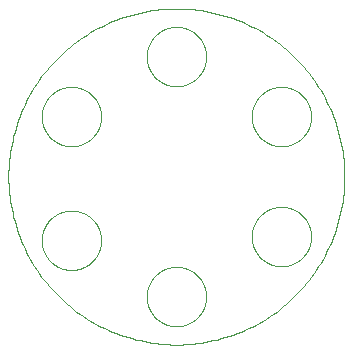
<source format=gbp>
G75*
%MOIN*%
%OFA0B0*%
%FSLAX25Y25*%
%IPPOS*%
%LPD*%
%AMOC8*
5,1,8,0,0,1.08239X$1,22.5*
%
%ADD10C,0.00010*%
%ADD11C,0.00016*%
D10*
X0044866Y0046528D02*
X0044869Y0046771D01*
X0044878Y0047014D01*
X0044893Y0047256D01*
X0044914Y0047498D01*
X0044940Y0047740D01*
X0044973Y0047981D01*
X0045012Y0048221D01*
X0045056Y0048459D01*
X0045107Y0048697D01*
X0045163Y0048934D01*
X0045225Y0049168D01*
X0045292Y0049402D01*
X0045366Y0049633D01*
X0045445Y0049863D01*
X0045529Y0050091D01*
X0045620Y0050317D01*
X0045715Y0050540D01*
X0045817Y0050761D01*
X0045923Y0050979D01*
X0046035Y0051195D01*
X0046152Y0051408D01*
X0046274Y0051618D01*
X0046402Y0051824D01*
X0046534Y0052028D01*
X0046672Y0052229D01*
X0046814Y0052425D01*
X0046961Y0052619D01*
X0047113Y0052808D01*
X0047270Y0052994D01*
X0047431Y0053176D01*
X0047596Y0053354D01*
X0047766Y0053528D01*
X0047940Y0053698D01*
X0048118Y0053863D01*
X0048300Y0054024D01*
X0048486Y0054181D01*
X0048675Y0054333D01*
X0048869Y0054480D01*
X0049065Y0054622D01*
X0049266Y0054760D01*
X0049470Y0054892D01*
X0049676Y0055020D01*
X0049886Y0055142D01*
X0050099Y0055259D01*
X0050315Y0055371D01*
X0050533Y0055477D01*
X0050754Y0055579D01*
X0050977Y0055674D01*
X0051203Y0055765D01*
X0051431Y0055849D01*
X0051661Y0055928D01*
X0051892Y0056002D01*
X0052126Y0056069D01*
X0052360Y0056131D01*
X0052597Y0056187D01*
X0052835Y0056238D01*
X0053073Y0056282D01*
X0053313Y0056321D01*
X0053554Y0056354D01*
X0053796Y0056380D01*
X0054038Y0056401D01*
X0054280Y0056416D01*
X0054523Y0056425D01*
X0054766Y0056428D01*
X0055009Y0056425D01*
X0055252Y0056416D01*
X0055494Y0056401D01*
X0055736Y0056380D01*
X0055978Y0056354D01*
X0056219Y0056321D01*
X0056459Y0056282D01*
X0056697Y0056238D01*
X0056935Y0056187D01*
X0057172Y0056131D01*
X0057406Y0056069D01*
X0057640Y0056002D01*
X0057871Y0055928D01*
X0058101Y0055849D01*
X0058329Y0055765D01*
X0058555Y0055674D01*
X0058778Y0055579D01*
X0058999Y0055477D01*
X0059217Y0055371D01*
X0059433Y0055259D01*
X0059646Y0055142D01*
X0059856Y0055020D01*
X0060062Y0054892D01*
X0060266Y0054760D01*
X0060467Y0054622D01*
X0060663Y0054480D01*
X0060857Y0054333D01*
X0061046Y0054181D01*
X0061232Y0054024D01*
X0061414Y0053863D01*
X0061592Y0053698D01*
X0061766Y0053528D01*
X0061936Y0053354D01*
X0062101Y0053176D01*
X0062262Y0052994D01*
X0062419Y0052808D01*
X0062571Y0052619D01*
X0062718Y0052425D01*
X0062860Y0052229D01*
X0062998Y0052028D01*
X0063130Y0051824D01*
X0063258Y0051618D01*
X0063380Y0051408D01*
X0063497Y0051195D01*
X0063609Y0050979D01*
X0063715Y0050761D01*
X0063817Y0050540D01*
X0063912Y0050317D01*
X0064003Y0050091D01*
X0064087Y0049863D01*
X0064166Y0049633D01*
X0064240Y0049402D01*
X0064307Y0049168D01*
X0064369Y0048934D01*
X0064425Y0048697D01*
X0064476Y0048459D01*
X0064520Y0048221D01*
X0064559Y0047981D01*
X0064592Y0047740D01*
X0064618Y0047498D01*
X0064639Y0047256D01*
X0064654Y0047014D01*
X0064663Y0046771D01*
X0064666Y0046528D01*
X0064663Y0046285D01*
X0064654Y0046042D01*
X0064639Y0045800D01*
X0064618Y0045558D01*
X0064592Y0045316D01*
X0064559Y0045075D01*
X0064520Y0044835D01*
X0064476Y0044597D01*
X0064425Y0044359D01*
X0064369Y0044122D01*
X0064307Y0043888D01*
X0064240Y0043654D01*
X0064166Y0043423D01*
X0064087Y0043193D01*
X0064003Y0042965D01*
X0063912Y0042739D01*
X0063817Y0042516D01*
X0063715Y0042295D01*
X0063609Y0042077D01*
X0063497Y0041861D01*
X0063380Y0041648D01*
X0063258Y0041438D01*
X0063130Y0041232D01*
X0062998Y0041028D01*
X0062860Y0040827D01*
X0062718Y0040631D01*
X0062571Y0040437D01*
X0062419Y0040248D01*
X0062262Y0040062D01*
X0062101Y0039880D01*
X0061936Y0039702D01*
X0061766Y0039528D01*
X0061592Y0039358D01*
X0061414Y0039193D01*
X0061232Y0039032D01*
X0061046Y0038875D01*
X0060857Y0038723D01*
X0060663Y0038576D01*
X0060467Y0038434D01*
X0060266Y0038296D01*
X0060062Y0038164D01*
X0059856Y0038036D01*
X0059646Y0037914D01*
X0059433Y0037797D01*
X0059217Y0037685D01*
X0058999Y0037579D01*
X0058778Y0037477D01*
X0058555Y0037382D01*
X0058329Y0037291D01*
X0058101Y0037207D01*
X0057871Y0037128D01*
X0057640Y0037054D01*
X0057406Y0036987D01*
X0057172Y0036925D01*
X0056935Y0036869D01*
X0056697Y0036818D01*
X0056459Y0036774D01*
X0056219Y0036735D01*
X0055978Y0036702D01*
X0055736Y0036676D01*
X0055494Y0036655D01*
X0055252Y0036640D01*
X0055009Y0036631D01*
X0054766Y0036628D01*
X0054523Y0036631D01*
X0054280Y0036640D01*
X0054038Y0036655D01*
X0053796Y0036676D01*
X0053554Y0036702D01*
X0053313Y0036735D01*
X0053073Y0036774D01*
X0052835Y0036818D01*
X0052597Y0036869D01*
X0052360Y0036925D01*
X0052126Y0036987D01*
X0051892Y0037054D01*
X0051661Y0037128D01*
X0051431Y0037207D01*
X0051203Y0037291D01*
X0050977Y0037382D01*
X0050754Y0037477D01*
X0050533Y0037579D01*
X0050315Y0037685D01*
X0050099Y0037797D01*
X0049886Y0037914D01*
X0049676Y0038036D01*
X0049470Y0038164D01*
X0049266Y0038296D01*
X0049065Y0038434D01*
X0048869Y0038576D01*
X0048675Y0038723D01*
X0048486Y0038875D01*
X0048300Y0039032D01*
X0048118Y0039193D01*
X0047940Y0039358D01*
X0047766Y0039528D01*
X0047596Y0039702D01*
X0047431Y0039880D01*
X0047270Y0040062D01*
X0047113Y0040248D01*
X0046961Y0040437D01*
X0046814Y0040631D01*
X0046672Y0040827D01*
X0046534Y0041028D01*
X0046402Y0041232D01*
X0046274Y0041438D01*
X0046152Y0041648D01*
X0046035Y0041861D01*
X0045923Y0042077D01*
X0045817Y0042295D01*
X0045715Y0042516D01*
X0045620Y0042739D01*
X0045529Y0042965D01*
X0045445Y0043193D01*
X0045366Y0043423D01*
X0045292Y0043654D01*
X0045225Y0043888D01*
X0045163Y0044122D01*
X0045107Y0044359D01*
X0045056Y0044597D01*
X0045012Y0044835D01*
X0044973Y0045075D01*
X0044940Y0045316D01*
X0044914Y0045558D01*
X0044893Y0045800D01*
X0044878Y0046042D01*
X0044869Y0046285D01*
X0044866Y0046528D01*
X0079866Y0027778D02*
X0079869Y0028021D01*
X0079878Y0028264D01*
X0079893Y0028506D01*
X0079914Y0028748D01*
X0079940Y0028990D01*
X0079973Y0029231D01*
X0080012Y0029471D01*
X0080056Y0029709D01*
X0080107Y0029947D01*
X0080163Y0030184D01*
X0080225Y0030418D01*
X0080292Y0030652D01*
X0080366Y0030883D01*
X0080445Y0031113D01*
X0080529Y0031341D01*
X0080620Y0031567D01*
X0080715Y0031790D01*
X0080817Y0032011D01*
X0080923Y0032229D01*
X0081035Y0032445D01*
X0081152Y0032658D01*
X0081274Y0032868D01*
X0081402Y0033074D01*
X0081534Y0033278D01*
X0081672Y0033479D01*
X0081814Y0033675D01*
X0081961Y0033869D01*
X0082113Y0034058D01*
X0082270Y0034244D01*
X0082431Y0034426D01*
X0082596Y0034604D01*
X0082766Y0034778D01*
X0082940Y0034948D01*
X0083118Y0035113D01*
X0083300Y0035274D01*
X0083486Y0035431D01*
X0083675Y0035583D01*
X0083869Y0035730D01*
X0084065Y0035872D01*
X0084266Y0036010D01*
X0084470Y0036142D01*
X0084676Y0036270D01*
X0084886Y0036392D01*
X0085099Y0036509D01*
X0085315Y0036621D01*
X0085533Y0036727D01*
X0085754Y0036829D01*
X0085977Y0036924D01*
X0086203Y0037015D01*
X0086431Y0037099D01*
X0086661Y0037178D01*
X0086892Y0037252D01*
X0087126Y0037319D01*
X0087360Y0037381D01*
X0087597Y0037437D01*
X0087835Y0037488D01*
X0088073Y0037532D01*
X0088313Y0037571D01*
X0088554Y0037604D01*
X0088796Y0037630D01*
X0089038Y0037651D01*
X0089280Y0037666D01*
X0089523Y0037675D01*
X0089766Y0037678D01*
X0090009Y0037675D01*
X0090252Y0037666D01*
X0090494Y0037651D01*
X0090736Y0037630D01*
X0090978Y0037604D01*
X0091219Y0037571D01*
X0091459Y0037532D01*
X0091697Y0037488D01*
X0091935Y0037437D01*
X0092172Y0037381D01*
X0092406Y0037319D01*
X0092640Y0037252D01*
X0092871Y0037178D01*
X0093101Y0037099D01*
X0093329Y0037015D01*
X0093555Y0036924D01*
X0093778Y0036829D01*
X0093999Y0036727D01*
X0094217Y0036621D01*
X0094433Y0036509D01*
X0094646Y0036392D01*
X0094856Y0036270D01*
X0095062Y0036142D01*
X0095266Y0036010D01*
X0095467Y0035872D01*
X0095663Y0035730D01*
X0095857Y0035583D01*
X0096046Y0035431D01*
X0096232Y0035274D01*
X0096414Y0035113D01*
X0096592Y0034948D01*
X0096766Y0034778D01*
X0096936Y0034604D01*
X0097101Y0034426D01*
X0097262Y0034244D01*
X0097419Y0034058D01*
X0097571Y0033869D01*
X0097718Y0033675D01*
X0097860Y0033479D01*
X0097998Y0033278D01*
X0098130Y0033074D01*
X0098258Y0032868D01*
X0098380Y0032658D01*
X0098497Y0032445D01*
X0098609Y0032229D01*
X0098715Y0032011D01*
X0098817Y0031790D01*
X0098912Y0031567D01*
X0099003Y0031341D01*
X0099087Y0031113D01*
X0099166Y0030883D01*
X0099240Y0030652D01*
X0099307Y0030418D01*
X0099369Y0030184D01*
X0099425Y0029947D01*
X0099476Y0029709D01*
X0099520Y0029471D01*
X0099559Y0029231D01*
X0099592Y0028990D01*
X0099618Y0028748D01*
X0099639Y0028506D01*
X0099654Y0028264D01*
X0099663Y0028021D01*
X0099666Y0027778D01*
X0099663Y0027535D01*
X0099654Y0027292D01*
X0099639Y0027050D01*
X0099618Y0026808D01*
X0099592Y0026566D01*
X0099559Y0026325D01*
X0099520Y0026085D01*
X0099476Y0025847D01*
X0099425Y0025609D01*
X0099369Y0025372D01*
X0099307Y0025138D01*
X0099240Y0024904D01*
X0099166Y0024673D01*
X0099087Y0024443D01*
X0099003Y0024215D01*
X0098912Y0023989D01*
X0098817Y0023766D01*
X0098715Y0023545D01*
X0098609Y0023327D01*
X0098497Y0023111D01*
X0098380Y0022898D01*
X0098258Y0022688D01*
X0098130Y0022482D01*
X0097998Y0022278D01*
X0097860Y0022077D01*
X0097718Y0021881D01*
X0097571Y0021687D01*
X0097419Y0021498D01*
X0097262Y0021312D01*
X0097101Y0021130D01*
X0096936Y0020952D01*
X0096766Y0020778D01*
X0096592Y0020608D01*
X0096414Y0020443D01*
X0096232Y0020282D01*
X0096046Y0020125D01*
X0095857Y0019973D01*
X0095663Y0019826D01*
X0095467Y0019684D01*
X0095266Y0019546D01*
X0095062Y0019414D01*
X0094856Y0019286D01*
X0094646Y0019164D01*
X0094433Y0019047D01*
X0094217Y0018935D01*
X0093999Y0018829D01*
X0093778Y0018727D01*
X0093555Y0018632D01*
X0093329Y0018541D01*
X0093101Y0018457D01*
X0092871Y0018378D01*
X0092640Y0018304D01*
X0092406Y0018237D01*
X0092172Y0018175D01*
X0091935Y0018119D01*
X0091697Y0018068D01*
X0091459Y0018024D01*
X0091219Y0017985D01*
X0090978Y0017952D01*
X0090736Y0017926D01*
X0090494Y0017905D01*
X0090252Y0017890D01*
X0090009Y0017881D01*
X0089766Y0017878D01*
X0089523Y0017881D01*
X0089280Y0017890D01*
X0089038Y0017905D01*
X0088796Y0017926D01*
X0088554Y0017952D01*
X0088313Y0017985D01*
X0088073Y0018024D01*
X0087835Y0018068D01*
X0087597Y0018119D01*
X0087360Y0018175D01*
X0087126Y0018237D01*
X0086892Y0018304D01*
X0086661Y0018378D01*
X0086431Y0018457D01*
X0086203Y0018541D01*
X0085977Y0018632D01*
X0085754Y0018727D01*
X0085533Y0018829D01*
X0085315Y0018935D01*
X0085099Y0019047D01*
X0084886Y0019164D01*
X0084676Y0019286D01*
X0084470Y0019414D01*
X0084266Y0019546D01*
X0084065Y0019684D01*
X0083869Y0019826D01*
X0083675Y0019973D01*
X0083486Y0020125D01*
X0083300Y0020282D01*
X0083118Y0020443D01*
X0082940Y0020608D01*
X0082766Y0020778D01*
X0082596Y0020952D01*
X0082431Y0021130D01*
X0082270Y0021312D01*
X0082113Y0021498D01*
X0081961Y0021687D01*
X0081814Y0021881D01*
X0081672Y0022077D01*
X0081534Y0022278D01*
X0081402Y0022482D01*
X0081274Y0022688D01*
X0081152Y0022898D01*
X0081035Y0023111D01*
X0080923Y0023327D01*
X0080817Y0023545D01*
X0080715Y0023766D01*
X0080620Y0023989D01*
X0080529Y0024215D01*
X0080445Y0024443D01*
X0080366Y0024673D01*
X0080292Y0024904D01*
X0080225Y0025138D01*
X0080163Y0025372D01*
X0080107Y0025609D01*
X0080056Y0025847D01*
X0080012Y0026085D01*
X0079973Y0026325D01*
X0079940Y0026566D01*
X0079914Y0026808D01*
X0079893Y0027050D01*
X0079878Y0027292D01*
X0079869Y0027535D01*
X0079866Y0027778D01*
X0114866Y0047778D02*
X0114869Y0048021D01*
X0114878Y0048264D01*
X0114893Y0048506D01*
X0114914Y0048748D01*
X0114940Y0048990D01*
X0114973Y0049231D01*
X0115012Y0049471D01*
X0115056Y0049709D01*
X0115107Y0049947D01*
X0115163Y0050184D01*
X0115225Y0050418D01*
X0115292Y0050652D01*
X0115366Y0050883D01*
X0115445Y0051113D01*
X0115529Y0051341D01*
X0115620Y0051567D01*
X0115715Y0051790D01*
X0115817Y0052011D01*
X0115923Y0052229D01*
X0116035Y0052445D01*
X0116152Y0052658D01*
X0116274Y0052868D01*
X0116402Y0053074D01*
X0116534Y0053278D01*
X0116672Y0053479D01*
X0116814Y0053675D01*
X0116961Y0053869D01*
X0117113Y0054058D01*
X0117270Y0054244D01*
X0117431Y0054426D01*
X0117596Y0054604D01*
X0117766Y0054778D01*
X0117940Y0054948D01*
X0118118Y0055113D01*
X0118300Y0055274D01*
X0118486Y0055431D01*
X0118675Y0055583D01*
X0118869Y0055730D01*
X0119065Y0055872D01*
X0119266Y0056010D01*
X0119470Y0056142D01*
X0119676Y0056270D01*
X0119886Y0056392D01*
X0120099Y0056509D01*
X0120315Y0056621D01*
X0120533Y0056727D01*
X0120754Y0056829D01*
X0120977Y0056924D01*
X0121203Y0057015D01*
X0121431Y0057099D01*
X0121661Y0057178D01*
X0121892Y0057252D01*
X0122126Y0057319D01*
X0122360Y0057381D01*
X0122597Y0057437D01*
X0122835Y0057488D01*
X0123073Y0057532D01*
X0123313Y0057571D01*
X0123554Y0057604D01*
X0123796Y0057630D01*
X0124038Y0057651D01*
X0124280Y0057666D01*
X0124523Y0057675D01*
X0124766Y0057678D01*
X0125009Y0057675D01*
X0125252Y0057666D01*
X0125494Y0057651D01*
X0125736Y0057630D01*
X0125978Y0057604D01*
X0126219Y0057571D01*
X0126459Y0057532D01*
X0126697Y0057488D01*
X0126935Y0057437D01*
X0127172Y0057381D01*
X0127406Y0057319D01*
X0127640Y0057252D01*
X0127871Y0057178D01*
X0128101Y0057099D01*
X0128329Y0057015D01*
X0128555Y0056924D01*
X0128778Y0056829D01*
X0128999Y0056727D01*
X0129217Y0056621D01*
X0129433Y0056509D01*
X0129646Y0056392D01*
X0129856Y0056270D01*
X0130062Y0056142D01*
X0130266Y0056010D01*
X0130467Y0055872D01*
X0130663Y0055730D01*
X0130857Y0055583D01*
X0131046Y0055431D01*
X0131232Y0055274D01*
X0131414Y0055113D01*
X0131592Y0054948D01*
X0131766Y0054778D01*
X0131936Y0054604D01*
X0132101Y0054426D01*
X0132262Y0054244D01*
X0132419Y0054058D01*
X0132571Y0053869D01*
X0132718Y0053675D01*
X0132860Y0053479D01*
X0132998Y0053278D01*
X0133130Y0053074D01*
X0133258Y0052868D01*
X0133380Y0052658D01*
X0133497Y0052445D01*
X0133609Y0052229D01*
X0133715Y0052011D01*
X0133817Y0051790D01*
X0133912Y0051567D01*
X0134003Y0051341D01*
X0134087Y0051113D01*
X0134166Y0050883D01*
X0134240Y0050652D01*
X0134307Y0050418D01*
X0134369Y0050184D01*
X0134425Y0049947D01*
X0134476Y0049709D01*
X0134520Y0049471D01*
X0134559Y0049231D01*
X0134592Y0048990D01*
X0134618Y0048748D01*
X0134639Y0048506D01*
X0134654Y0048264D01*
X0134663Y0048021D01*
X0134666Y0047778D01*
X0134663Y0047535D01*
X0134654Y0047292D01*
X0134639Y0047050D01*
X0134618Y0046808D01*
X0134592Y0046566D01*
X0134559Y0046325D01*
X0134520Y0046085D01*
X0134476Y0045847D01*
X0134425Y0045609D01*
X0134369Y0045372D01*
X0134307Y0045138D01*
X0134240Y0044904D01*
X0134166Y0044673D01*
X0134087Y0044443D01*
X0134003Y0044215D01*
X0133912Y0043989D01*
X0133817Y0043766D01*
X0133715Y0043545D01*
X0133609Y0043327D01*
X0133497Y0043111D01*
X0133380Y0042898D01*
X0133258Y0042688D01*
X0133130Y0042482D01*
X0132998Y0042278D01*
X0132860Y0042077D01*
X0132718Y0041881D01*
X0132571Y0041687D01*
X0132419Y0041498D01*
X0132262Y0041312D01*
X0132101Y0041130D01*
X0131936Y0040952D01*
X0131766Y0040778D01*
X0131592Y0040608D01*
X0131414Y0040443D01*
X0131232Y0040282D01*
X0131046Y0040125D01*
X0130857Y0039973D01*
X0130663Y0039826D01*
X0130467Y0039684D01*
X0130266Y0039546D01*
X0130062Y0039414D01*
X0129856Y0039286D01*
X0129646Y0039164D01*
X0129433Y0039047D01*
X0129217Y0038935D01*
X0128999Y0038829D01*
X0128778Y0038727D01*
X0128555Y0038632D01*
X0128329Y0038541D01*
X0128101Y0038457D01*
X0127871Y0038378D01*
X0127640Y0038304D01*
X0127406Y0038237D01*
X0127172Y0038175D01*
X0126935Y0038119D01*
X0126697Y0038068D01*
X0126459Y0038024D01*
X0126219Y0037985D01*
X0125978Y0037952D01*
X0125736Y0037926D01*
X0125494Y0037905D01*
X0125252Y0037890D01*
X0125009Y0037881D01*
X0124766Y0037878D01*
X0124523Y0037881D01*
X0124280Y0037890D01*
X0124038Y0037905D01*
X0123796Y0037926D01*
X0123554Y0037952D01*
X0123313Y0037985D01*
X0123073Y0038024D01*
X0122835Y0038068D01*
X0122597Y0038119D01*
X0122360Y0038175D01*
X0122126Y0038237D01*
X0121892Y0038304D01*
X0121661Y0038378D01*
X0121431Y0038457D01*
X0121203Y0038541D01*
X0120977Y0038632D01*
X0120754Y0038727D01*
X0120533Y0038829D01*
X0120315Y0038935D01*
X0120099Y0039047D01*
X0119886Y0039164D01*
X0119676Y0039286D01*
X0119470Y0039414D01*
X0119266Y0039546D01*
X0119065Y0039684D01*
X0118869Y0039826D01*
X0118675Y0039973D01*
X0118486Y0040125D01*
X0118300Y0040282D01*
X0118118Y0040443D01*
X0117940Y0040608D01*
X0117766Y0040778D01*
X0117596Y0040952D01*
X0117431Y0041130D01*
X0117270Y0041312D01*
X0117113Y0041498D01*
X0116961Y0041687D01*
X0116814Y0041881D01*
X0116672Y0042077D01*
X0116534Y0042278D01*
X0116402Y0042482D01*
X0116274Y0042688D01*
X0116152Y0042898D01*
X0116035Y0043111D01*
X0115923Y0043327D01*
X0115817Y0043545D01*
X0115715Y0043766D01*
X0115620Y0043989D01*
X0115529Y0044215D01*
X0115445Y0044443D01*
X0115366Y0044673D01*
X0115292Y0044904D01*
X0115225Y0045138D01*
X0115163Y0045372D01*
X0115107Y0045609D01*
X0115056Y0045847D01*
X0115012Y0046085D01*
X0114973Y0046325D01*
X0114940Y0046566D01*
X0114914Y0046808D01*
X0114893Y0047050D01*
X0114878Y0047292D01*
X0114869Y0047535D01*
X0114866Y0047778D01*
X0114866Y0087778D02*
X0114869Y0088021D01*
X0114878Y0088264D01*
X0114893Y0088506D01*
X0114914Y0088748D01*
X0114940Y0088990D01*
X0114973Y0089231D01*
X0115012Y0089471D01*
X0115056Y0089709D01*
X0115107Y0089947D01*
X0115163Y0090184D01*
X0115225Y0090418D01*
X0115292Y0090652D01*
X0115366Y0090883D01*
X0115445Y0091113D01*
X0115529Y0091341D01*
X0115620Y0091567D01*
X0115715Y0091790D01*
X0115817Y0092011D01*
X0115923Y0092229D01*
X0116035Y0092445D01*
X0116152Y0092658D01*
X0116274Y0092868D01*
X0116402Y0093074D01*
X0116534Y0093278D01*
X0116672Y0093479D01*
X0116814Y0093675D01*
X0116961Y0093869D01*
X0117113Y0094058D01*
X0117270Y0094244D01*
X0117431Y0094426D01*
X0117596Y0094604D01*
X0117766Y0094778D01*
X0117940Y0094948D01*
X0118118Y0095113D01*
X0118300Y0095274D01*
X0118486Y0095431D01*
X0118675Y0095583D01*
X0118869Y0095730D01*
X0119065Y0095872D01*
X0119266Y0096010D01*
X0119470Y0096142D01*
X0119676Y0096270D01*
X0119886Y0096392D01*
X0120099Y0096509D01*
X0120315Y0096621D01*
X0120533Y0096727D01*
X0120754Y0096829D01*
X0120977Y0096924D01*
X0121203Y0097015D01*
X0121431Y0097099D01*
X0121661Y0097178D01*
X0121892Y0097252D01*
X0122126Y0097319D01*
X0122360Y0097381D01*
X0122597Y0097437D01*
X0122835Y0097488D01*
X0123073Y0097532D01*
X0123313Y0097571D01*
X0123554Y0097604D01*
X0123796Y0097630D01*
X0124038Y0097651D01*
X0124280Y0097666D01*
X0124523Y0097675D01*
X0124766Y0097678D01*
X0125009Y0097675D01*
X0125252Y0097666D01*
X0125494Y0097651D01*
X0125736Y0097630D01*
X0125978Y0097604D01*
X0126219Y0097571D01*
X0126459Y0097532D01*
X0126697Y0097488D01*
X0126935Y0097437D01*
X0127172Y0097381D01*
X0127406Y0097319D01*
X0127640Y0097252D01*
X0127871Y0097178D01*
X0128101Y0097099D01*
X0128329Y0097015D01*
X0128555Y0096924D01*
X0128778Y0096829D01*
X0128999Y0096727D01*
X0129217Y0096621D01*
X0129433Y0096509D01*
X0129646Y0096392D01*
X0129856Y0096270D01*
X0130062Y0096142D01*
X0130266Y0096010D01*
X0130467Y0095872D01*
X0130663Y0095730D01*
X0130857Y0095583D01*
X0131046Y0095431D01*
X0131232Y0095274D01*
X0131414Y0095113D01*
X0131592Y0094948D01*
X0131766Y0094778D01*
X0131936Y0094604D01*
X0132101Y0094426D01*
X0132262Y0094244D01*
X0132419Y0094058D01*
X0132571Y0093869D01*
X0132718Y0093675D01*
X0132860Y0093479D01*
X0132998Y0093278D01*
X0133130Y0093074D01*
X0133258Y0092868D01*
X0133380Y0092658D01*
X0133497Y0092445D01*
X0133609Y0092229D01*
X0133715Y0092011D01*
X0133817Y0091790D01*
X0133912Y0091567D01*
X0134003Y0091341D01*
X0134087Y0091113D01*
X0134166Y0090883D01*
X0134240Y0090652D01*
X0134307Y0090418D01*
X0134369Y0090184D01*
X0134425Y0089947D01*
X0134476Y0089709D01*
X0134520Y0089471D01*
X0134559Y0089231D01*
X0134592Y0088990D01*
X0134618Y0088748D01*
X0134639Y0088506D01*
X0134654Y0088264D01*
X0134663Y0088021D01*
X0134666Y0087778D01*
X0134663Y0087535D01*
X0134654Y0087292D01*
X0134639Y0087050D01*
X0134618Y0086808D01*
X0134592Y0086566D01*
X0134559Y0086325D01*
X0134520Y0086085D01*
X0134476Y0085847D01*
X0134425Y0085609D01*
X0134369Y0085372D01*
X0134307Y0085138D01*
X0134240Y0084904D01*
X0134166Y0084673D01*
X0134087Y0084443D01*
X0134003Y0084215D01*
X0133912Y0083989D01*
X0133817Y0083766D01*
X0133715Y0083545D01*
X0133609Y0083327D01*
X0133497Y0083111D01*
X0133380Y0082898D01*
X0133258Y0082688D01*
X0133130Y0082482D01*
X0132998Y0082278D01*
X0132860Y0082077D01*
X0132718Y0081881D01*
X0132571Y0081687D01*
X0132419Y0081498D01*
X0132262Y0081312D01*
X0132101Y0081130D01*
X0131936Y0080952D01*
X0131766Y0080778D01*
X0131592Y0080608D01*
X0131414Y0080443D01*
X0131232Y0080282D01*
X0131046Y0080125D01*
X0130857Y0079973D01*
X0130663Y0079826D01*
X0130467Y0079684D01*
X0130266Y0079546D01*
X0130062Y0079414D01*
X0129856Y0079286D01*
X0129646Y0079164D01*
X0129433Y0079047D01*
X0129217Y0078935D01*
X0128999Y0078829D01*
X0128778Y0078727D01*
X0128555Y0078632D01*
X0128329Y0078541D01*
X0128101Y0078457D01*
X0127871Y0078378D01*
X0127640Y0078304D01*
X0127406Y0078237D01*
X0127172Y0078175D01*
X0126935Y0078119D01*
X0126697Y0078068D01*
X0126459Y0078024D01*
X0126219Y0077985D01*
X0125978Y0077952D01*
X0125736Y0077926D01*
X0125494Y0077905D01*
X0125252Y0077890D01*
X0125009Y0077881D01*
X0124766Y0077878D01*
X0124523Y0077881D01*
X0124280Y0077890D01*
X0124038Y0077905D01*
X0123796Y0077926D01*
X0123554Y0077952D01*
X0123313Y0077985D01*
X0123073Y0078024D01*
X0122835Y0078068D01*
X0122597Y0078119D01*
X0122360Y0078175D01*
X0122126Y0078237D01*
X0121892Y0078304D01*
X0121661Y0078378D01*
X0121431Y0078457D01*
X0121203Y0078541D01*
X0120977Y0078632D01*
X0120754Y0078727D01*
X0120533Y0078829D01*
X0120315Y0078935D01*
X0120099Y0079047D01*
X0119886Y0079164D01*
X0119676Y0079286D01*
X0119470Y0079414D01*
X0119266Y0079546D01*
X0119065Y0079684D01*
X0118869Y0079826D01*
X0118675Y0079973D01*
X0118486Y0080125D01*
X0118300Y0080282D01*
X0118118Y0080443D01*
X0117940Y0080608D01*
X0117766Y0080778D01*
X0117596Y0080952D01*
X0117431Y0081130D01*
X0117270Y0081312D01*
X0117113Y0081498D01*
X0116961Y0081687D01*
X0116814Y0081881D01*
X0116672Y0082077D01*
X0116534Y0082278D01*
X0116402Y0082482D01*
X0116274Y0082688D01*
X0116152Y0082898D01*
X0116035Y0083111D01*
X0115923Y0083327D01*
X0115817Y0083545D01*
X0115715Y0083766D01*
X0115620Y0083989D01*
X0115529Y0084215D01*
X0115445Y0084443D01*
X0115366Y0084673D01*
X0115292Y0084904D01*
X0115225Y0085138D01*
X0115163Y0085372D01*
X0115107Y0085609D01*
X0115056Y0085847D01*
X0115012Y0086085D01*
X0114973Y0086325D01*
X0114940Y0086566D01*
X0114914Y0086808D01*
X0114893Y0087050D01*
X0114878Y0087292D01*
X0114869Y0087535D01*
X0114866Y0087778D01*
X0079866Y0107778D02*
X0079869Y0108021D01*
X0079878Y0108264D01*
X0079893Y0108506D01*
X0079914Y0108748D01*
X0079940Y0108990D01*
X0079973Y0109231D01*
X0080012Y0109471D01*
X0080056Y0109709D01*
X0080107Y0109947D01*
X0080163Y0110184D01*
X0080225Y0110418D01*
X0080292Y0110652D01*
X0080366Y0110883D01*
X0080445Y0111113D01*
X0080529Y0111341D01*
X0080620Y0111567D01*
X0080715Y0111790D01*
X0080817Y0112011D01*
X0080923Y0112229D01*
X0081035Y0112445D01*
X0081152Y0112658D01*
X0081274Y0112868D01*
X0081402Y0113074D01*
X0081534Y0113278D01*
X0081672Y0113479D01*
X0081814Y0113675D01*
X0081961Y0113869D01*
X0082113Y0114058D01*
X0082270Y0114244D01*
X0082431Y0114426D01*
X0082596Y0114604D01*
X0082766Y0114778D01*
X0082940Y0114948D01*
X0083118Y0115113D01*
X0083300Y0115274D01*
X0083486Y0115431D01*
X0083675Y0115583D01*
X0083869Y0115730D01*
X0084065Y0115872D01*
X0084266Y0116010D01*
X0084470Y0116142D01*
X0084676Y0116270D01*
X0084886Y0116392D01*
X0085099Y0116509D01*
X0085315Y0116621D01*
X0085533Y0116727D01*
X0085754Y0116829D01*
X0085977Y0116924D01*
X0086203Y0117015D01*
X0086431Y0117099D01*
X0086661Y0117178D01*
X0086892Y0117252D01*
X0087126Y0117319D01*
X0087360Y0117381D01*
X0087597Y0117437D01*
X0087835Y0117488D01*
X0088073Y0117532D01*
X0088313Y0117571D01*
X0088554Y0117604D01*
X0088796Y0117630D01*
X0089038Y0117651D01*
X0089280Y0117666D01*
X0089523Y0117675D01*
X0089766Y0117678D01*
X0090009Y0117675D01*
X0090252Y0117666D01*
X0090494Y0117651D01*
X0090736Y0117630D01*
X0090978Y0117604D01*
X0091219Y0117571D01*
X0091459Y0117532D01*
X0091697Y0117488D01*
X0091935Y0117437D01*
X0092172Y0117381D01*
X0092406Y0117319D01*
X0092640Y0117252D01*
X0092871Y0117178D01*
X0093101Y0117099D01*
X0093329Y0117015D01*
X0093555Y0116924D01*
X0093778Y0116829D01*
X0093999Y0116727D01*
X0094217Y0116621D01*
X0094433Y0116509D01*
X0094646Y0116392D01*
X0094856Y0116270D01*
X0095062Y0116142D01*
X0095266Y0116010D01*
X0095467Y0115872D01*
X0095663Y0115730D01*
X0095857Y0115583D01*
X0096046Y0115431D01*
X0096232Y0115274D01*
X0096414Y0115113D01*
X0096592Y0114948D01*
X0096766Y0114778D01*
X0096936Y0114604D01*
X0097101Y0114426D01*
X0097262Y0114244D01*
X0097419Y0114058D01*
X0097571Y0113869D01*
X0097718Y0113675D01*
X0097860Y0113479D01*
X0097998Y0113278D01*
X0098130Y0113074D01*
X0098258Y0112868D01*
X0098380Y0112658D01*
X0098497Y0112445D01*
X0098609Y0112229D01*
X0098715Y0112011D01*
X0098817Y0111790D01*
X0098912Y0111567D01*
X0099003Y0111341D01*
X0099087Y0111113D01*
X0099166Y0110883D01*
X0099240Y0110652D01*
X0099307Y0110418D01*
X0099369Y0110184D01*
X0099425Y0109947D01*
X0099476Y0109709D01*
X0099520Y0109471D01*
X0099559Y0109231D01*
X0099592Y0108990D01*
X0099618Y0108748D01*
X0099639Y0108506D01*
X0099654Y0108264D01*
X0099663Y0108021D01*
X0099666Y0107778D01*
X0099663Y0107535D01*
X0099654Y0107292D01*
X0099639Y0107050D01*
X0099618Y0106808D01*
X0099592Y0106566D01*
X0099559Y0106325D01*
X0099520Y0106085D01*
X0099476Y0105847D01*
X0099425Y0105609D01*
X0099369Y0105372D01*
X0099307Y0105138D01*
X0099240Y0104904D01*
X0099166Y0104673D01*
X0099087Y0104443D01*
X0099003Y0104215D01*
X0098912Y0103989D01*
X0098817Y0103766D01*
X0098715Y0103545D01*
X0098609Y0103327D01*
X0098497Y0103111D01*
X0098380Y0102898D01*
X0098258Y0102688D01*
X0098130Y0102482D01*
X0097998Y0102278D01*
X0097860Y0102077D01*
X0097718Y0101881D01*
X0097571Y0101687D01*
X0097419Y0101498D01*
X0097262Y0101312D01*
X0097101Y0101130D01*
X0096936Y0100952D01*
X0096766Y0100778D01*
X0096592Y0100608D01*
X0096414Y0100443D01*
X0096232Y0100282D01*
X0096046Y0100125D01*
X0095857Y0099973D01*
X0095663Y0099826D01*
X0095467Y0099684D01*
X0095266Y0099546D01*
X0095062Y0099414D01*
X0094856Y0099286D01*
X0094646Y0099164D01*
X0094433Y0099047D01*
X0094217Y0098935D01*
X0093999Y0098829D01*
X0093778Y0098727D01*
X0093555Y0098632D01*
X0093329Y0098541D01*
X0093101Y0098457D01*
X0092871Y0098378D01*
X0092640Y0098304D01*
X0092406Y0098237D01*
X0092172Y0098175D01*
X0091935Y0098119D01*
X0091697Y0098068D01*
X0091459Y0098024D01*
X0091219Y0097985D01*
X0090978Y0097952D01*
X0090736Y0097926D01*
X0090494Y0097905D01*
X0090252Y0097890D01*
X0090009Y0097881D01*
X0089766Y0097878D01*
X0089523Y0097881D01*
X0089280Y0097890D01*
X0089038Y0097905D01*
X0088796Y0097926D01*
X0088554Y0097952D01*
X0088313Y0097985D01*
X0088073Y0098024D01*
X0087835Y0098068D01*
X0087597Y0098119D01*
X0087360Y0098175D01*
X0087126Y0098237D01*
X0086892Y0098304D01*
X0086661Y0098378D01*
X0086431Y0098457D01*
X0086203Y0098541D01*
X0085977Y0098632D01*
X0085754Y0098727D01*
X0085533Y0098829D01*
X0085315Y0098935D01*
X0085099Y0099047D01*
X0084886Y0099164D01*
X0084676Y0099286D01*
X0084470Y0099414D01*
X0084266Y0099546D01*
X0084065Y0099684D01*
X0083869Y0099826D01*
X0083675Y0099973D01*
X0083486Y0100125D01*
X0083300Y0100282D01*
X0083118Y0100443D01*
X0082940Y0100608D01*
X0082766Y0100778D01*
X0082596Y0100952D01*
X0082431Y0101130D01*
X0082270Y0101312D01*
X0082113Y0101498D01*
X0081961Y0101687D01*
X0081814Y0101881D01*
X0081672Y0102077D01*
X0081534Y0102278D01*
X0081402Y0102482D01*
X0081274Y0102688D01*
X0081152Y0102898D01*
X0081035Y0103111D01*
X0080923Y0103327D01*
X0080817Y0103545D01*
X0080715Y0103766D01*
X0080620Y0103989D01*
X0080529Y0104215D01*
X0080445Y0104443D01*
X0080366Y0104673D01*
X0080292Y0104904D01*
X0080225Y0105138D01*
X0080163Y0105372D01*
X0080107Y0105609D01*
X0080056Y0105847D01*
X0080012Y0106085D01*
X0079973Y0106325D01*
X0079940Y0106566D01*
X0079914Y0106808D01*
X0079893Y0107050D01*
X0079878Y0107292D01*
X0079869Y0107535D01*
X0079866Y0107778D01*
X0044866Y0087778D02*
X0044869Y0088021D01*
X0044878Y0088264D01*
X0044893Y0088506D01*
X0044914Y0088748D01*
X0044940Y0088990D01*
X0044973Y0089231D01*
X0045012Y0089471D01*
X0045056Y0089709D01*
X0045107Y0089947D01*
X0045163Y0090184D01*
X0045225Y0090418D01*
X0045292Y0090652D01*
X0045366Y0090883D01*
X0045445Y0091113D01*
X0045529Y0091341D01*
X0045620Y0091567D01*
X0045715Y0091790D01*
X0045817Y0092011D01*
X0045923Y0092229D01*
X0046035Y0092445D01*
X0046152Y0092658D01*
X0046274Y0092868D01*
X0046402Y0093074D01*
X0046534Y0093278D01*
X0046672Y0093479D01*
X0046814Y0093675D01*
X0046961Y0093869D01*
X0047113Y0094058D01*
X0047270Y0094244D01*
X0047431Y0094426D01*
X0047596Y0094604D01*
X0047766Y0094778D01*
X0047940Y0094948D01*
X0048118Y0095113D01*
X0048300Y0095274D01*
X0048486Y0095431D01*
X0048675Y0095583D01*
X0048869Y0095730D01*
X0049065Y0095872D01*
X0049266Y0096010D01*
X0049470Y0096142D01*
X0049676Y0096270D01*
X0049886Y0096392D01*
X0050099Y0096509D01*
X0050315Y0096621D01*
X0050533Y0096727D01*
X0050754Y0096829D01*
X0050977Y0096924D01*
X0051203Y0097015D01*
X0051431Y0097099D01*
X0051661Y0097178D01*
X0051892Y0097252D01*
X0052126Y0097319D01*
X0052360Y0097381D01*
X0052597Y0097437D01*
X0052835Y0097488D01*
X0053073Y0097532D01*
X0053313Y0097571D01*
X0053554Y0097604D01*
X0053796Y0097630D01*
X0054038Y0097651D01*
X0054280Y0097666D01*
X0054523Y0097675D01*
X0054766Y0097678D01*
X0055009Y0097675D01*
X0055252Y0097666D01*
X0055494Y0097651D01*
X0055736Y0097630D01*
X0055978Y0097604D01*
X0056219Y0097571D01*
X0056459Y0097532D01*
X0056697Y0097488D01*
X0056935Y0097437D01*
X0057172Y0097381D01*
X0057406Y0097319D01*
X0057640Y0097252D01*
X0057871Y0097178D01*
X0058101Y0097099D01*
X0058329Y0097015D01*
X0058555Y0096924D01*
X0058778Y0096829D01*
X0058999Y0096727D01*
X0059217Y0096621D01*
X0059433Y0096509D01*
X0059646Y0096392D01*
X0059856Y0096270D01*
X0060062Y0096142D01*
X0060266Y0096010D01*
X0060467Y0095872D01*
X0060663Y0095730D01*
X0060857Y0095583D01*
X0061046Y0095431D01*
X0061232Y0095274D01*
X0061414Y0095113D01*
X0061592Y0094948D01*
X0061766Y0094778D01*
X0061936Y0094604D01*
X0062101Y0094426D01*
X0062262Y0094244D01*
X0062419Y0094058D01*
X0062571Y0093869D01*
X0062718Y0093675D01*
X0062860Y0093479D01*
X0062998Y0093278D01*
X0063130Y0093074D01*
X0063258Y0092868D01*
X0063380Y0092658D01*
X0063497Y0092445D01*
X0063609Y0092229D01*
X0063715Y0092011D01*
X0063817Y0091790D01*
X0063912Y0091567D01*
X0064003Y0091341D01*
X0064087Y0091113D01*
X0064166Y0090883D01*
X0064240Y0090652D01*
X0064307Y0090418D01*
X0064369Y0090184D01*
X0064425Y0089947D01*
X0064476Y0089709D01*
X0064520Y0089471D01*
X0064559Y0089231D01*
X0064592Y0088990D01*
X0064618Y0088748D01*
X0064639Y0088506D01*
X0064654Y0088264D01*
X0064663Y0088021D01*
X0064666Y0087778D01*
X0064663Y0087535D01*
X0064654Y0087292D01*
X0064639Y0087050D01*
X0064618Y0086808D01*
X0064592Y0086566D01*
X0064559Y0086325D01*
X0064520Y0086085D01*
X0064476Y0085847D01*
X0064425Y0085609D01*
X0064369Y0085372D01*
X0064307Y0085138D01*
X0064240Y0084904D01*
X0064166Y0084673D01*
X0064087Y0084443D01*
X0064003Y0084215D01*
X0063912Y0083989D01*
X0063817Y0083766D01*
X0063715Y0083545D01*
X0063609Y0083327D01*
X0063497Y0083111D01*
X0063380Y0082898D01*
X0063258Y0082688D01*
X0063130Y0082482D01*
X0062998Y0082278D01*
X0062860Y0082077D01*
X0062718Y0081881D01*
X0062571Y0081687D01*
X0062419Y0081498D01*
X0062262Y0081312D01*
X0062101Y0081130D01*
X0061936Y0080952D01*
X0061766Y0080778D01*
X0061592Y0080608D01*
X0061414Y0080443D01*
X0061232Y0080282D01*
X0061046Y0080125D01*
X0060857Y0079973D01*
X0060663Y0079826D01*
X0060467Y0079684D01*
X0060266Y0079546D01*
X0060062Y0079414D01*
X0059856Y0079286D01*
X0059646Y0079164D01*
X0059433Y0079047D01*
X0059217Y0078935D01*
X0058999Y0078829D01*
X0058778Y0078727D01*
X0058555Y0078632D01*
X0058329Y0078541D01*
X0058101Y0078457D01*
X0057871Y0078378D01*
X0057640Y0078304D01*
X0057406Y0078237D01*
X0057172Y0078175D01*
X0056935Y0078119D01*
X0056697Y0078068D01*
X0056459Y0078024D01*
X0056219Y0077985D01*
X0055978Y0077952D01*
X0055736Y0077926D01*
X0055494Y0077905D01*
X0055252Y0077890D01*
X0055009Y0077881D01*
X0054766Y0077878D01*
X0054523Y0077881D01*
X0054280Y0077890D01*
X0054038Y0077905D01*
X0053796Y0077926D01*
X0053554Y0077952D01*
X0053313Y0077985D01*
X0053073Y0078024D01*
X0052835Y0078068D01*
X0052597Y0078119D01*
X0052360Y0078175D01*
X0052126Y0078237D01*
X0051892Y0078304D01*
X0051661Y0078378D01*
X0051431Y0078457D01*
X0051203Y0078541D01*
X0050977Y0078632D01*
X0050754Y0078727D01*
X0050533Y0078829D01*
X0050315Y0078935D01*
X0050099Y0079047D01*
X0049886Y0079164D01*
X0049676Y0079286D01*
X0049470Y0079414D01*
X0049266Y0079546D01*
X0049065Y0079684D01*
X0048869Y0079826D01*
X0048675Y0079973D01*
X0048486Y0080125D01*
X0048300Y0080282D01*
X0048118Y0080443D01*
X0047940Y0080608D01*
X0047766Y0080778D01*
X0047596Y0080952D01*
X0047431Y0081130D01*
X0047270Y0081312D01*
X0047113Y0081498D01*
X0046961Y0081687D01*
X0046814Y0081881D01*
X0046672Y0082077D01*
X0046534Y0082278D01*
X0046402Y0082482D01*
X0046274Y0082688D01*
X0046152Y0082898D01*
X0046035Y0083111D01*
X0045923Y0083327D01*
X0045817Y0083545D01*
X0045715Y0083766D01*
X0045620Y0083989D01*
X0045529Y0084215D01*
X0045445Y0084443D01*
X0045366Y0084673D01*
X0045292Y0084904D01*
X0045225Y0085138D01*
X0045163Y0085372D01*
X0045107Y0085609D01*
X0045056Y0085847D01*
X0045012Y0086085D01*
X0044973Y0086325D01*
X0044940Y0086566D01*
X0044914Y0086808D01*
X0044893Y0087050D01*
X0044878Y0087292D01*
X0044869Y0087535D01*
X0044866Y0087778D01*
D11*
X0033766Y0067778D02*
X0033783Y0069152D01*
X0033833Y0070526D01*
X0033918Y0071898D01*
X0034036Y0073267D01*
X0034187Y0074633D01*
X0034372Y0075995D01*
X0034590Y0077352D01*
X0034842Y0078703D01*
X0035127Y0080048D01*
X0035444Y0081385D01*
X0035795Y0082714D01*
X0036177Y0084034D01*
X0036592Y0085344D01*
X0037040Y0086644D01*
X0037518Y0087932D01*
X0038029Y0089208D01*
X0038570Y0090472D01*
X0039143Y0091721D01*
X0039745Y0092956D01*
X0040378Y0094176D01*
X0041041Y0095380D01*
X0041733Y0096568D01*
X0042454Y0097738D01*
X0043204Y0098890D01*
X0043981Y0100023D01*
X0044786Y0101137D01*
X0045619Y0102231D01*
X0046477Y0103304D01*
X0047362Y0104356D01*
X0048273Y0105385D01*
X0049208Y0106392D01*
X0050168Y0107376D01*
X0051152Y0108336D01*
X0052159Y0109271D01*
X0053188Y0110182D01*
X0054240Y0111067D01*
X0055313Y0111925D01*
X0056407Y0112758D01*
X0057521Y0113563D01*
X0058654Y0114340D01*
X0059806Y0115090D01*
X0060976Y0115811D01*
X0062164Y0116503D01*
X0063368Y0117166D01*
X0064588Y0117799D01*
X0065823Y0118401D01*
X0067072Y0118974D01*
X0068336Y0119515D01*
X0069612Y0120026D01*
X0070900Y0120504D01*
X0072200Y0120952D01*
X0073510Y0121367D01*
X0074830Y0121749D01*
X0076159Y0122100D01*
X0077496Y0122417D01*
X0078841Y0122702D01*
X0080192Y0122954D01*
X0081549Y0123172D01*
X0082911Y0123357D01*
X0084277Y0123508D01*
X0085646Y0123626D01*
X0087018Y0123711D01*
X0088392Y0123761D01*
X0089766Y0123778D01*
X0091140Y0123761D01*
X0092514Y0123711D01*
X0093886Y0123626D01*
X0095255Y0123508D01*
X0096621Y0123357D01*
X0097983Y0123172D01*
X0099340Y0122954D01*
X0100691Y0122702D01*
X0102036Y0122417D01*
X0103373Y0122100D01*
X0104702Y0121749D01*
X0106022Y0121367D01*
X0107332Y0120952D01*
X0108632Y0120504D01*
X0109920Y0120026D01*
X0111196Y0119515D01*
X0112460Y0118974D01*
X0113709Y0118401D01*
X0114944Y0117799D01*
X0116164Y0117166D01*
X0117368Y0116503D01*
X0118556Y0115811D01*
X0119726Y0115090D01*
X0120878Y0114340D01*
X0122011Y0113563D01*
X0123125Y0112758D01*
X0124219Y0111925D01*
X0125292Y0111067D01*
X0126344Y0110182D01*
X0127373Y0109271D01*
X0128380Y0108336D01*
X0129364Y0107376D01*
X0130324Y0106392D01*
X0131259Y0105385D01*
X0132170Y0104356D01*
X0133055Y0103304D01*
X0133913Y0102231D01*
X0134746Y0101137D01*
X0135551Y0100023D01*
X0136328Y0098890D01*
X0137078Y0097738D01*
X0137799Y0096568D01*
X0138491Y0095380D01*
X0139154Y0094176D01*
X0139787Y0092956D01*
X0140389Y0091721D01*
X0140962Y0090472D01*
X0141503Y0089208D01*
X0142014Y0087932D01*
X0142492Y0086644D01*
X0142940Y0085344D01*
X0143355Y0084034D01*
X0143737Y0082714D01*
X0144088Y0081385D01*
X0144405Y0080048D01*
X0144690Y0078703D01*
X0144942Y0077352D01*
X0145160Y0075995D01*
X0145345Y0074633D01*
X0145496Y0073267D01*
X0145614Y0071898D01*
X0145699Y0070526D01*
X0145749Y0069152D01*
X0145766Y0067778D01*
X0145749Y0066404D01*
X0145699Y0065030D01*
X0145614Y0063658D01*
X0145496Y0062289D01*
X0145345Y0060923D01*
X0145160Y0059561D01*
X0144942Y0058204D01*
X0144690Y0056853D01*
X0144405Y0055508D01*
X0144088Y0054171D01*
X0143737Y0052842D01*
X0143355Y0051522D01*
X0142940Y0050212D01*
X0142492Y0048912D01*
X0142014Y0047624D01*
X0141503Y0046348D01*
X0140962Y0045084D01*
X0140389Y0043835D01*
X0139787Y0042600D01*
X0139154Y0041380D01*
X0138491Y0040176D01*
X0137799Y0038988D01*
X0137078Y0037818D01*
X0136328Y0036666D01*
X0135551Y0035533D01*
X0134746Y0034419D01*
X0133913Y0033325D01*
X0133055Y0032252D01*
X0132170Y0031200D01*
X0131259Y0030171D01*
X0130324Y0029164D01*
X0129364Y0028180D01*
X0128380Y0027220D01*
X0127373Y0026285D01*
X0126344Y0025374D01*
X0125292Y0024489D01*
X0124219Y0023631D01*
X0123125Y0022798D01*
X0122011Y0021993D01*
X0120878Y0021216D01*
X0119726Y0020466D01*
X0118556Y0019745D01*
X0117368Y0019053D01*
X0116164Y0018390D01*
X0114944Y0017757D01*
X0113709Y0017155D01*
X0112460Y0016582D01*
X0111196Y0016041D01*
X0109920Y0015530D01*
X0108632Y0015052D01*
X0107332Y0014604D01*
X0106022Y0014189D01*
X0104702Y0013807D01*
X0103373Y0013456D01*
X0102036Y0013139D01*
X0100691Y0012854D01*
X0099340Y0012602D01*
X0097983Y0012384D01*
X0096621Y0012199D01*
X0095255Y0012048D01*
X0093886Y0011930D01*
X0092514Y0011845D01*
X0091140Y0011795D01*
X0089766Y0011778D01*
X0088392Y0011795D01*
X0087018Y0011845D01*
X0085646Y0011930D01*
X0084277Y0012048D01*
X0082911Y0012199D01*
X0081549Y0012384D01*
X0080192Y0012602D01*
X0078841Y0012854D01*
X0077496Y0013139D01*
X0076159Y0013456D01*
X0074830Y0013807D01*
X0073510Y0014189D01*
X0072200Y0014604D01*
X0070900Y0015052D01*
X0069612Y0015530D01*
X0068336Y0016041D01*
X0067072Y0016582D01*
X0065823Y0017155D01*
X0064588Y0017757D01*
X0063368Y0018390D01*
X0062164Y0019053D01*
X0060976Y0019745D01*
X0059806Y0020466D01*
X0058654Y0021216D01*
X0057521Y0021993D01*
X0056407Y0022798D01*
X0055313Y0023631D01*
X0054240Y0024489D01*
X0053188Y0025374D01*
X0052159Y0026285D01*
X0051152Y0027220D01*
X0050168Y0028180D01*
X0049208Y0029164D01*
X0048273Y0030171D01*
X0047362Y0031200D01*
X0046477Y0032252D01*
X0045619Y0033325D01*
X0044786Y0034419D01*
X0043981Y0035533D01*
X0043204Y0036666D01*
X0042454Y0037818D01*
X0041733Y0038988D01*
X0041041Y0040176D01*
X0040378Y0041380D01*
X0039745Y0042600D01*
X0039143Y0043835D01*
X0038570Y0045084D01*
X0038029Y0046348D01*
X0037518Y0047624D01*
X0037040Y0048912D01*
X0036592Y0050212D01*
X0036177Y0051522D01*
X0035795Y0052842D01*
X0035444Y0054171D01*
X0035127Y0055508D01*
X0034842Y0056853D01*
X0034590Y0058204D01*
X0034372Y0059561D01*
X0034187Y0060923D01*
X0034036Y0062289D01*
X0033918Y0063658D01*
X0033833Y0065030D01*
X0033783Y0066404D01*
X0033766Y0067778D01*
M02*

</source>
